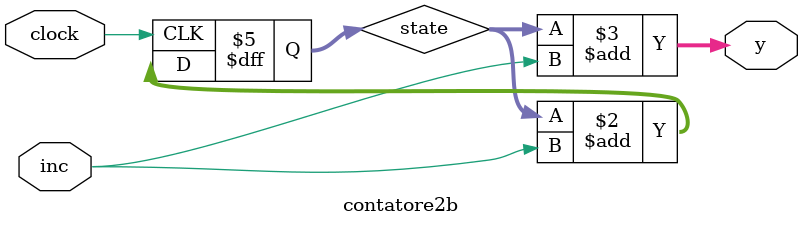
<source format=v>
module contatore2b(output [1:0]y, input inc, input clock);
    reg [1:0] state;

    initial begin
        state <= 0;
    end

    always @(posedge clock) begin
        state <= state + inc;
    end
    
    assign y = state+inc;


endmodule
</source>
